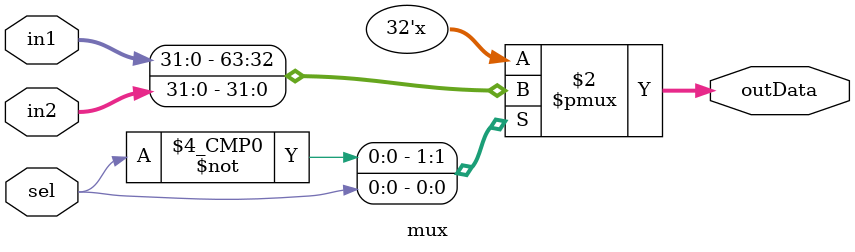
<source format=v>




module mux(in1, in2, sel, outData);

input [31:0] in1;
input [31:0] in2;
input        sel;

output [31:0] outData;



wire [31:0] in1;
wire [31:0] in2;
wire        sel;

reg [31:0] outData;




always @(in1 or in2 or sel)
begin
    case(sel)
    1'b0:begin //add(0)/addu(1)
        outData <= in1;
    end
    1'b1:begin //and
        outData <= in2;
    end
    default : begin
        $display("mux default is selected");
    end
    endcase
end
endmodule



</source>
